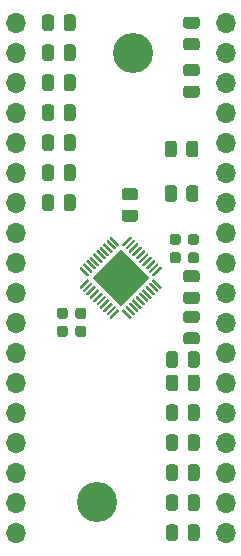
<source format=gts>
G04 #@! TF.GenerationSoftware,KiCad,Pcbnew,(5.1.10)-1*
G04 #@! TF.CreationDate,2021-11-30T10:17:24+10:00*
G04 #@! TF.ProjectId,IS31FL3743x_Breakout,49533331-464c-4333-9734-33785f427265,rev?*
G04 #@! TF.SameCoordinates,Original*
G04 #@! TF.FileFunction,Soldermask,Top*
G04 #@! TF.FilePolarity,Negative*
%FSLAX46Y46*%
G04 Gerber Fmt 4.6, Leading zero omitted, Abs format (unit mm)*
G04 Created by KiCad (PCBNEW (5.1.10)-1) date 2021-11-30 10:17:24*
%MOMM*%
%LPD*%
G01*
G04 APERTURE LIST*
%ADD10C,3.400000*%
%ADD11O,1.700000X1.700000*%
%ADD12C,0.100000*%
G04 APERTURE END LIST*
D10*
X98000000Y-119000000D03*
X101000000Y-81000000D03*
D11*
X108890000Y-121590000D03*
X108890000Y-119050000D03*
X108890000Y-116510000D03*
X108890000Y-113970000D03*
X108890000Y-111430000D03*
X108890000Y-108890000D03*
X108890000Y-106350000D03*
X108890000Y-103810000D03*
X108890000Y-101270000D03*
X108890000Y-98730000D03*
X108890000Y-96190000D03*
X108890000Y-93650000D03*
X108890000Y-91110000D03*
X108890000Y-88570000D03*
X108890000Y-86030000D03*
X108890000Y-83490000D03*
X108890000Y-80950000D03*
X108890000Y-78410000D03*
X91110000Y-121590000D03*
X91110000Y-119050000D03*
X91110000Y-116510000D03*
X91110000Y-113970000D03*
X91110000Y-111430000D03*
X91110000Y-108890000D03*
X91110000Y-106350000D03*
X91110000Y-103810000D03*
X91110000Y-101270000D03*
X91110000Y-98730000D03*
X91110000Y-96190000D03*
X91110000Y-93650000D03*
X91110000Y-91110000D03*
X91110000Y-88570000D03*
X91110000Y-86030000D03*
X91110000Y-83490000D03*
X91110000Y-80950000D03*
X91110000Y-78410000D03*
D12*
G36*
X100000000Y-102404163D02*
G01*
X97595837Y-100000000D01*
X100000000Y-97595837D01*
X102404163Y-100000000D01*
X100000000Y-102404163D01*
G37*
G36*
G01*
X97165634Y-99866781D02*
X96526975Y-99228122D01*
G75*
G02*
X96526975Y-99159674I34224J34224D01*
G01*
X96614090Y-99072559D01*
G75*
G02*
X96682538Y-99072559I34224J-34224D01*
G01*
X97321197Y-99711218D01*
G75*
G02*
X97321197Y-99779666I-34224J-34224D01*
G01*
X97234082Y-99866781D01*
G75*
G02*
X97165634Y-99866781I-34224J34224D01*
G01*
G37*
G36*
G01*
X97448476Y-99583938D02*
X96809817Y-98945279D01*
G75*
G02*
X96809817Y-98876831I34224J34224D01*
G01*
X96896932Y-98789716D01*
G75*
G02*
X96965380Y-98789716I34224J-34224D01*
G01*
X97604039Y-99428375D01*
G75*
G02*
X97604039Y-99496823I-34224J-34224D01*
G01*
X97516924Y-99583938D01*
G75*
G02*
X97448476Y-99583938I-34224J34224D01*
G01*
G37*
G36*
G01*
X97731319Y-99301095D02*
X97092660Y-98662436D01*
G75*
G02*
X97092660Y-98593988I34224J34224D01*
G01*
X97179775Y-98506873D01*
G75*
G02*
X97248223Y-98506873I34224J-34224D01*
G01*
X97886882Y-99145532D01*
G75*
G02*
X97886882Y-99213980I-34224J-34224D01*
G01*
X97799767Y-99301095D01*
G75*
G02*
X97731319Y-99301095I-34224J34224D01*
G01*
G37*
G36*
G01*
X98014162Y-99018253D02*
X97375503Y-98379594D01*
G75*
G02*
X97375503Y-98311146I34224J34224D01*
G01*
X97462618Y-98224031D01*
G75*
G02*
X97531066Y-98224031I34224J-34224D01*
G01*
X98169725Y-98862690D01*
G75*
G02*
X98169725Y-98931138I-34224J-34224D01*
G01*
X98082610Y-99018253D01*
G75*
G02*
X98014162Y-99018253I-34224J34224D01*
G01*
G37*
G36*
G01*
X98297004Y-98735410D02*
X97658345Y-98096751D01*
G75*
G02*
X97658345Y-98028303I34224J34224D01*
G01*
X97745460Y-97941188D01*
G75*
G02*
X97813908Y-97941188I34224J-34224D01*
G01*
X98452567Y-98579847D01*
G75*
G02*
X98452567Y-98648295I-34224J-34224D01*
G01*
X98365452Y-98735410D01*
G75*
G02*
X98297004Y-98735410I-34224J34224D01*
G01*
G37*
G36*
G01*
X98579847Y-98452567D02*
X97941188Y-97813908D01*
G75*
G02*
X97941188Y-97745460I34224J34224D01*
G01*
X98028303Y-97658345D01*
G75*
G02*
X98096751Y-97658345I34224J-34224D01*
G01*
X98735410Y-98297004D01*
G75*
G02*
X98735410Y-98365452I-34224J-34224D01*
G01*
X98648295Y-98452567D01*
G75*
G02*
X98579847Y-98452567I-34224J34224D01*
G01*
G37*
G36*
G01*
X98862690Y-98169725D02*
X98224031Y-97531066D01*
G75*
G02*
X98224031Y-97462618I34224J34224D01*
G01*
X98311146Y-97375503D01*
G75*
G02*
X98379594Y-97375503I34224J-34224D01*
G01*
X99018253Y-98014162D01*
G75*
G02*
X99018253Y-98082610I-34224J-34224D01*
G01*
X98931138Y-98169725D01*
G75*
G02*
X98862690Y-98169725I-34224J34224D01*
G01*
G37*
G36*
G01*
X99145532Y-97886882D02*
X98506873Y-97248223D01*
G75*
G02*
X98506873Y-97179775I34224J34224D01*
G01*
X98593988Y-97092660D01*
G75*
G02*
X98662436Y-97092660I34224J-34224D01*
G01*
X99301095Y-97731319D01*
G75*
G02*
X99301095Y-97799767I-34224J-34224D01*
G01*
X99213980Y-97886882D01*
G75*
G02*
X99145532Y-97886882I-34224J34224D01*
G01*
G37*
G36*
G01*
X99428375Y-97604039D02*
X98789716Y-96965380D01*
G75*
G02*
X98789716Y-96896932I34224J34224D01*
G01*
X98876831Y-96809817D01*
G75*
G02*
X98945279Y-96809817I34224J-34224D01*
G01*
X99583938Y-97448476D01*
G75*
G02*
X99583938Y-97516924I-34224J-34224D01*
G01*
X99496823Y-97604039D01*
G75*
G02*
X99428375Y-97604039I-34224J34224D01*
G01*
G37*
G36*
G01*
X99711218Y-97321197D02*
X99072559Y-96682538D01*
G75*
G02*
X99072559Y-96614090I34224J34224D01*
G01*
X99159674Y-96526975D01*
G75*
G02*
X99228122Y-96526975I34224J-34224D01*
G01*
X99866781Y-97165634D01*
G75*
G02*
X99866781Y-97234082I-34224J-34224D01*
G01*
X99779666Y-97321197D01*
G75*
G02*
X99711218Y-97321197I-34224J34224D01*
G01*
G37*
G36*
G01*
X100220334Y-97321197D02*
X100133219Y-97234082D01*
G75*
G02*
X100133219Y-97165634I34224J34224D01*
G01*
X100771878Y-96526975D01*
G75*
G02*
X100840326Y-96526975I34224J-34224D01*
G01*
X100927441Y-96614090D01*
G75*
G02*
X100927441Y-96682538I-34224J-34224D01*
G01*
X100288782Y-97321197D01*
G75*
G02*
X100220334Y-97321197I-34224J34224D01*
G01*
G37*
G36*
G01*
X100503177Y-97604039D02*
X100416062Y-97516924D01*
G75*
G02*
X100416062Y-97448476I34224J34224D01*
G01*
X101054721Y-96809817D01*
G75*
G02*
X101123169Y-96809817I34224J-34224D01*
G01*
X101210284Y-96896932D01*
G75*
G02*
X101210284Y-96965380I-34224J-34224D01*
G01*
X100571625Y-97604039D01*
G75*
G02*
X100503177Y-97604039I-34224J34224D01*
G01*
G37*
G36*
G01*
X100786020Y-97886882D02*
X100698905Y-97799767D01*
G75*
G02*
X100698905Y-97731319I34224J34224D01*
G01*
X101337564Y-97092660D01*
G75*
G02*
X101406012Y-97092660I34224J-34224D01*
G01*
X101493127Y-97179775D01*
G75*
G02*
X101493127Y-97248223I-34224J-34224D01*
G01*
X100854468Y-97886882D01*
G75*
G02*
X100786020Y-97886882I-34224J34224D01*
G01*
G37*
G36*
G01*
X101068862Y-98169725D02*
X100981747Y-98082610D01*
G75*
G02*
X100981747Y-98014162I34224J34224D01*
G01*
X101620406Y-97375503D01*
G75*
G02*
X101688854Y-97375503I34224J-34224D01*
G01*
X101775969Y-97462618D01*
G75*
G02*
X101775969Y-97531066I-34224J-34224D01*
G01*
X101137310Y-98169725D01*
G75*
G02*
X101068862Y-98169725I-34224J34224D01*
G01*
G37*
G36*
G01*
X101351705Y-98452567D02*
X101264590Y-98365452D01*
G75*
G02*
X101264590Y-98297004I34224J34224D01*
G01*
X101903249Y-97658345D01*
G75*
G02*
X101971697Y-97658345I34224J-34224D01*
G01*
X102058812Y-97745460D01*
G75*
G02*
X102058812Y-97813908I-34224J-34224D01*
G01*
X101420153Y-98452567D01*
G75*
G02*
X101351705Y-98452567I-34224J34224D01*
G01*
G37*
G36*
G01*
X101634548Y-98735410D02*
X101547433Y-98648295D01*
G75*
G02*
X101547433Y-98579847I34224J34224D01*
G01*
X102186092Y-97941188D01*
G75*
G02*
X102254540Y-97941188I34224J-34224D01*
G01*
X102341655Y-98028303D01*
G75*
G02*
X102341655Y-98096751I-34224J-34224D01*
G01*
X101702996Y-98735410D01*
G75*
G02*
X101634548Y-98735410I-34224J34224D01*
G01*
G37*
G36*
G01*
X101917390Y-99018253D02*
X101830275Y-98931138D01*
G75*
G02*
X101830275Y-98862690I34224J34224D01*
G01*
X102468934Y-98224031D01*
G75*
G02*
X102537382Y-98224031I34224J-34224D01*
G01*
X102624497Y-98311146D01*
G75*
G02*
X102624497Y-98379594I-34224J-34224D01*
G01*
X101985838Y-99018253D01*
G75*
G02*
X101917390Y-99018253I-34224J34224D01*
G01*
G37*
G36*
G01*
X102200233Y-99301095D02*
X102113118Y-99213980D01*
G75*
G02*
X102113118Y-99145532I34224J34224D01*
G01*
X102751777Y-98506873D01*
G75*
G02*
X102820225Y-98506873I34224J-34224D01*
G01*
X102907340Y-98593988D01*
G75*
G02*
X102907340Y-98662436I-34224J-34224D01*
G01*
X102268681Y-99301095D01*
G75*
G02*
X102200233Y-99301095I-34224J34224D01*
G01*
G37*
G36*
G01*
X102483076Y-99583938D02*
X102395961Y-99496823D01*
G75*
G02*
X102395961Y-99428375I34224J34224D01*
G01*
X103034620Y-98789716D01*
G75*
G02*
X103103068Y-98789716I34224J-34224D01*
G01*
X103190183Y-98876831D01*
G75*
G02*
X103190183Y-98945279I-34224J-34224D01*
G01*
X102551524Y-99583938D01*
G75*
G02*
X102483076Y-99583938I-34224J34224D01*
G01*
G37*
G36*
G01*
X102765918Y-99866781D02*
X102678803Y-99779666D01*
G75*
G02*
X102678803Y-99711218I34224J34224D01*
G01*
X103317462Y-99072559D01*
G75*
G02*
X103385910Y-99072559I34224J-34224D01*
G01*
X103473025Y-99159674D01*
G75*
G02*
X103473025Y-99228122I-34224J-34224D01*
G01*
X102834366Y-99866781D01*
G75*
G02*
X102765918Y-99866781I-34224J34224D01*
G01*
G37*
G36*
G01*
X103317462Y-100927441D02*
X102678803Y-100288782D01*
G75*
G02*
X102678803Y-100220334I34224J34224D01*
G01*
X102765918Y-100133219D01*
G75*
G02*
X102834366Y-100133219I34224J-34224D01*
G01*
X103473025Y-100771878D01*
G75*
G02*
X103473025Y-100840326I-34224J-34224D01*
G01*
X103385910Y-100927441D01*
G75*
G02*
X103317462Y-100927441I-34224J34224D01*
G01*
G37*
G36*
G01*
X103034620Y-101210284D02*
X102395961Y-100571625D01*
G75*
G02*
X102395961Y-100503177I34224J34224D01*
G01*
X102483076Y-100416062D01*
G75*
G02*
X102551524Y-100416062I34224J-34224D01*
G01*
X103190183Y-101054721D01*
G75*
G02*
X103190183Y-101123169I-34224J-34224D01*
G01*
X103103068Y-101210284D01*
G75*
G02*
X103034620Y-101210284I-34224J34224D01*
G01*
G37*
G36*
G01*
X102751777Y-101493127D02*
X102113118Y-100854468D01*
G75*
G02*
X102113118Y-100786020I34224J34224D01*
G01*
X102200233Y-100698905D01*
G75*
G02*
X102268681Y-100698905I34224J-34224D01*
G01*
X102907340Y-101337564D01*
G75*
G02*
X102907340Y-101406012I-34224J-34224D01*
G01*
X102820225Y-101493127D01*
G75*
G02*
X102751777Y-101493127I-34224J34224D01*
G01*
G37*
G36*
G01*
X102468934Y-101775969D02*
X101830275Y-101137310D01*
G75*
G02*
X101830275Y-101068862I34224J34224D01*
G01*
X101917390Y-100981747D01*
G75*
G02*
X101985838Y-100981747I34224J-34224D01*
G01*
X102624497Y-101620406D01*
G75*
G02*
X102624497Y-101688854I-34224J-34224D01*
G01*
X102537382Y-101775969D01*
G75*
G02*
X102468934Y-101775969I-34224J34224D01*
G01*
G37*
G36*
G01*
X102186092Y-102058812D02*
X101547433Y-101420153D01*
G75*
G02*
X101547433Y-101351705I34224J34224D01*
G01*
X101634548Y-101264590D01*
G75*
G02*
X101702996Y-101264590I34224J-34224D01*
G01*
X102341655Y-101903249D01*
G75*
G02*
X102341655Y-101971697I-34224J-34224D01*
G01*
X102254540Y-102058812D01*
G75*
G02*
X102186092Y-102058812I-34224J34224D01*
G01*
G37*
G36*
G01*
X101903249Y-102341655D02*
X101264590Y-101702996D01*
G75*
G02*
X101264590Y-101634548I34224J34224D01*
G01*
X101351705Y-101547433D01*
G75*
G02*
X101420153Y-101547433I34224J-34224D01*
G01*
X102058812Y-102186092D01*
G75*
G02*
X102058812Y-102254540I-34224J-34224D01*
G01*
X101971697Y-102341655D01*
G75*
G02*
X101903249Y-102341655I-34224J34224D01*
G01*
G37*
G36*
G01*
X101620406Y-102624497D02*
X100981747Y-101985838D01*
G75*
G02*
X100981747Y-101917390I34224J34224D01*
G01*
X101068862Y-101830275D01*
G75*
G02*
X101137310Y-101830275I34224J-34224D01*
G01*
X101775969Y-102468934D01*
G75*
G02*
X101775969Y-102537382I-34224J-34224D01*
G01*
X101688854Y-102624497D01*
G75*
G02*
X101620406Y-102624497I-34224J34224D01*
G01*
G37*
G36*
G01*
X101337564Y-102907340D02*
X100698905Y-102268681D01*
G75*
G02*
X100698905Y-102200233I34224J34224D01*
G01*
X100786020Y-102113118D01*
G75*
G02*
X100854468Y-102113118I34224J-34224D01*
G01*
X101493127Y-102751777D01*
G75*
G02*
X101493127Y-102820225I-34224J-34224D01*
G01*
X101406012Y-102907340D01*
G75*
G02*
X101337564Y-102907340I-34224J34224D01*
G01*
G37*
G36*
G01*
X101054721Y-103190183D02*
X100416062Y-102551524D01*
G75*
G02*
X100416062Y-102483076I34224J34224D01*
G01*
X100503177Y-102395961D01*
G75*
G02*
X100571625Y-102395961I34224J-34224D01*
G01*
X101210284Y-103034620D01*
G75*
G02*
X101210284Y-103103068I-34224J-34224D01*
G01*
X101123169Y-103190183D01*
G75*
G02*
X101054721Y-103190183I-34224J34224D01*
G01*
G37*
G36*
G01*
X100771878Y-103473025D02*
X100133219Y-102834366D01*
G75*
G02*
X100133219Y-102765918I34224J34224D01*
G01*
X100220334Y-102678803D01*
G75*
G02*
X100288782Y-102678803I34224J-34224D01*
G01*
X100927441Y-103317462D01*
G75*
G02*
X100927441Y-103385910I-34224J-34224D01*
G01*
X100840326Y-103473025D01*
G75*
G02*
X100771878Y-103473025I-34224J34224D01*
G01*
G37*
G36*
G01*
X99159674Y-103473025D02*
X99072559Y-103385910D01*
G75*
G02*
X99072559Y-103317462I34224J34224D01*
G01*
X99711218Y-102678803D01*
G75*
G02*
X99779666Y-102678803I34224J-34224D01*
G01*
X99866781Y-102765918D01*
G75*
G02*
X99866781Y-102834366I-34224J-34224D01*
G01*
X99228122Y-103473025D01*
G75*
G02*
X99159674Y-103473025I-34224J34224D01*
G01*
G37*
G36*
G01*
X98876831Y-103190183D02*
X98789716Y-103103068D01*
G75*
G02*
X98789716Y-103034620I34224J34224D01*
G01*
X99428375Y-102395961D01*
G75*
G02*
X99496823Y-102395961I34224J-34224D01*
G01*
X99583938Y-102483076D01*
G75*
G02*
X99583938Y-102551524I-34224J-34224D01*
G01*
X98945279Y-103190183D01*
G75*
G02*
X98876831Y-103190183I-34224J34224D01*
G01*
G37*
G36*
G01*
X98593988Y-102907340D02*
X98506873Y-102820225D01*
G75*
G02*
X98506873Y-102751777I34224J34224D01*
G01*
X99145532Y-102113118D01*
G75*
G02*
X99213980Y-102113118I34224J-34224D01*
G01*
X99301095Y-102200233D01*
G75*
G02*
X99301095Y-102268681I-34224J-34224D01*
G01*
X98662436Y-102907340D01*
G75*
G02*
X98593988Y-102907340I-34224J34224D01*
G01*
G37*
G36*
G01*
X98311146Y-102624497D02*
X98224031Y-102537382D01*
G75*
G02*
X98224031Y-102468934I34224J34224D01*
G01*
X98862690Y-101830275D01*
G75*
G02*
X98931138Y-101830275I34224J-34224D01*
G01*
X99018253Y-101917390D01*
G75*
G02*
X99018253Y-101985838I-34224J-34224D01*
G01*
X98379594Y-102624497D01*
G75*
G02*
X98311146Y-102624497I-34224J34224D01*
G01*
G37*
G36*
G01*
X98028303Y-102341655D02*
X97941188Y-102254540D01*
G75*
G02*
X97941188Y-102186092I34224J34224D01*
G01*
X98579847Y-101547433D01*
G75*
G02*
X98648295Y-101547433I34224J-34224D01*
G01*
X98735410Y-101634548D01*
G75*
G02*
X98735410Y-101702996I-34224J-34224D01*
G01*
X98096751Y-102341655D01*
G75*
G02*
X98028303Y-102341655I-34224J34224D01*
G01*
G37*
G36*
G01*
X97745460Y-102058812D02*
X97658345Y-101971697D01*
G75*
G02*
X97658345Y-101903249I34224J34224D01*
G01*
X98297004Y-101264590D01*
G75*
G02*
X98365452Y-101264590I34224J-34224D01*
G01*
X98452567Y-101351705D01*
G75*
G02*
X98452567Y-101420153I-34224J-34224D01*
G01*
X97813908Y-102058812D01*
G75*
G02*
X97745460Y-102058812I-34224J34224D01*
G01*
G37*
G36*
G01*
X97462618Y-101775969D02*
X97375503Y-101688854D01*
G75*
G02*
X97375503Y-101620406I34224J34224D01*
G01*
X98014162Y-100981747D01*
G75*
G02*
X98082610Y-100981747I34224J-34224D01*
G01*
X98169725Y-101068862D01*
G75*
G02*
X98169725Y-101137310I-34224J-34224D01*
G01*
X97531066Y-101775969D01*
G75*
G02*
X97462618Y-101775969I-34224J34224D01*
G01*
G37*
G36*
G01*
X97179775Y-101493127D02*
X97092660Y-101406012D01*
G75*
G02*
X97092660Y-101337564I34224J34224D01*
G01*
X97731319Y-100698905D01*
G75*
G02*
X97799767Y-100698905I34224J-34224D01*
G01*
X97886882Y-100786020D01*
G75*
G02*
X97886882Y-100854468I-34224J-34224D01*
G01*
X97248223Y-101493127D01*
G75*
G02*
X97179775Y-101493127I-34224J34224D01*
G01*
G37*
G36*
G01*
X96896932Y-101210284D02*
X96809817Y-101123169D01*
G75*
G02*
X96809817Y-101054721I34224J34224D01*
G01*
X97448476Y-100416062D01*
G75*
G02*
X97516924Y-100416062I34224J-34224D01*
G01*
X97604039Y-100503177D01*
G75*
G02*
X97604039Y-100571625I-34224J-34224D01*
G01*
X96965380Y-101210284D01*
G75*
G02*
X96896932Y-101210284I-34224J34224D01*
G01*
G37*
G36*
G01*
X96614090Y-100927441D02*
X96526975Y-100840326D01*
G75*
G02*
X96526975Y-100771878I34224J34224D01*
G01*
X97165634Y-100133219D01*
G75*
G02*
X97234082Y-100133219I34224J-34224D01*
G01*
X97321197Y-100220334D01*
G75*
G02*
X97321197Y-100288782I-34224J-34224D01*
G01*
X96682538Y-100927441D01*
G75*
G02*
X96614090Y-100927441I-34224J34224D01*
G01*
G37*
G36*
G01*
X104750000Y-92419998D02*
X104750000Y-93320002D01*
G75*
G02*
X104500002Y-93570000I-249998J0D01*
G01*
X103974998Y-93570000D01*
G75*
G02*
X103725000Y-93320002I0J249998D01*
G01*
X103725000Y-92419998D01*
G75*
G02*
X103974998Y-92170000I249998J0D01*
G01*
X104500002Y-92170000D01*
G75*
G02*
X104750000Y-92419998I0J-249998D01*
G01*
G37*
G36*
G01*
X106575000Y-92419998D02*
X106575000Y-93320002D01*
G75*
G02*
X106325002Y-93570000I-249998J0D01*
G01*
X105799998Y-93570000D01*
G75*
G02*
X105550000Y-93320002I0J249998D01*
G01*
X105550000Y-92419998D01*
G75*
G02*
X105799998Y-92170000I249998J0D01*
G01*
X106325002Y-92170000D01*
G75*
G02*
X106575000Y-92419998I0J-249998D01*
G01*
G37*
G36*
G01*
X104750000Y-88649998D02*
X104750000Y-89550002D01*
G75*
G02*
X104500002Y-89800000I-249998J0D01*
G01*
X103974998Y-89800000D01*
G75*
G02*
X103725000Y-89550002I0J249998D01*
G01*
X103725000Y-88649998D01*
G75*
G02*
X103974998Y-88400000I249998J0D01*
G01*
X104500002Y-88400000D01*
G75*
G02*
X104750000Y-88649998I0J-249998D01*
G01*
G37*
G36*
G01*
X106575000Y-88649998D02*
X106575000Y-89550002D01*
G75*
G02*
X106325002Y-89800000I-249998J0D01*
G01*
X105799998Y-89800000D01*
G75*
G02*
X105550000Y-89550002I0J249998D01*
G01*
X105550000Y-88649998D01*
G75*
G02*
X105799998Y-88400000I249998J0D01*
G01*
X106325002Y-88400000D01*
G75*
G02*
X106575000Y-88649998I0J-249998D01*
G01*
G37*
G36*
G01*
X100309998Y-94240000D02*
X101210002Y-94240000D01*
G75*
G02*
X101460000Y-94489998I0J-249998D01*
G01*
X101460000Y-95015002D01*
G75*
G02*
X101210002Y-95265000I-249998J0D01*
G01*
X100309998Y-95265000D01*
G75*
G02*
X100060000Y-95015002I0J249998D01*
G01*
X100060000Y-94489998D01*
G75*
G02*
X100309998Y-94240000I249998J0D01*
G01*
G37*
G36*
G01*
X100309998Y-92415000D02*
X101210002Y-92415000D01*
G75*
G02*
X101460000Y-92664998I0J-249998D01*
G01*
X101460000Y-93190002D01*
G75*
G02*
X101210002Y-93440000I-249998J0D01*
G01*
X100309998Y-93440000D01*
G75*
G02*
X100060000Y-93190002I0J249998D01*
G01*
X100060000Y-92664998D01*
G75*
G02*
X100309998Y-92415000I249998J0D01*
G01*
G37*
G36*
G01*
X104850000Y-121139998D02*
X104850000Y-122040002D01*
G75*
G02*
X104600002Y-122290000I-249998J0D01*
G01*
X104074998Y-122290000D01*
G75*
G02*
X103825000Y-122040002I0J249998D01*
G01*
X103825000Y-121139998D01*
G75*
G02*
X104074998Y-120890000I249998J0D01*
G01*
X104600002Y-120890000D01*
G75*
G02*
X104850000Y-121139998I0J-249998D01*
G01*
G37*
G36*
G01*
X106675000Y-121139998D02*
X106675000Y-122040002D01*
G75*
G02*
X106425002Y-122290000I-249998J0D01*
G01*
X105899998Y-122290000D01*
G75*
G02*
X105650000Y-122040002I0J249998D01*
G01*
X105650000Y-121139998D01*
G75*
G02*
X105899998Y-120890000I249998J0D01*
G01*
X106425002Y-120890000D01*
G75*
G02*
X106675000Y-121139998I0J-249998D01*
G01*
G37*
G36*
G01*
X104850000Y-118599998D02*
X104850000Y-119500002D01*
G75*
G02*
X104600002Y-119750000I-249998J0D01*
G01*
X104074998Y-119750000D01*
G75*
G02*
X103825000Y-119500002I0J249998D01*
G01*
X103825000Y-118599998D01*
G75*
G02*
X104074998Y-118350000I249998J0D01*
G01*
X104600002Y-118350000D01*
G75*
G02*
X104850000Y-118599998I0J-249998D01*
G01*
G37*
G36*
G01*
X106675000Y-118599998D02*
X106675000Y-119500002D01*
G75*
G02*
X106425002Y-119750000I-249998J0D01*
G01*
X105899998Y-119750000D01*
G75*
G02*
X105650000Y-119500002I0J249998D01*
G01*
X105650000Y-118599998D01*
G75*
G02*
X105899998Y-118350000I249998J0D01*
G01*
X106425002Y-118350000D01*
G75*
G02*
X106675000Y-118599998I0J-249998D01*
G01*
G37*
G36*
G01*
X104850000Y-116059998D02*
X104850000Y-116960002D01*
G75*
G02*
X104600002Y-117210000I-249998J0D01*
G01*
X104074998Y-117210000D01*
G75*
G02*
X103825000Y-116960002I0J249998D01*
G01*
X103825000Y-116059998D01*
G75*
G02*
X104074998Y-115810000I249998J0D01*
G01*
X104600002Y-115810000D01*
G75*
G02*
X104850000Y-116059998I0J-249998D01*
G01*
G37*
G36*
G01*
X106675000Y-116059998D02*
X106675000Y-116960002D01*
G75*
G02*
X106425002Y-117210000I-249998J0D01*
G01*
X105899998Y-117210000D01*
G75*
G02*
X105650000Y-116960002I0J249998D01*
G01*
X105650000Y-116059998D01*
G75*
G02*
X105899998Y-115810000I249998J0D01*
G01*
X106425002Y-115810000D01*
G75*
G02*
X106675000Y-116059998I0J-249998D01*
G01*
G37*
G36*
G01*
X104850000Y-113519998D02*
X104850000Y-114420002D01*
G75*
G02*
X104600002Y-114670000I-249998J0D01*
G01*
X104074998Y-114670000D01*
G75*
G02*
X103825000Y-114420002I0J249998D01*
G01*
X103825000Y-113519998D01*
G75*
G02*
X104074998Y-113270000I249998J0D01*
G01*
X104600002Y-113270000D01*
G75*
G02*
X104850000Y-113519998I0J-249998D01*
G01*
G37*
G36*
G01*
X106675000Y-113519998D02*
X106675000Y-114420002D01*
G75*
G02*
X106425002Y-114670000I-249998J0D01*
G01*
X105899998Y-114670000D01*
G75*
G02*
X105650000Y-114420002I0J249998D01*
G01*
X105650000Y-113519998D01*
G75*
G02*
X105899998Y-113270000I249998J0D01*
G01*
X106425002Y-113270000D01*
G75*
G02*
X106675000Y-113519998I0J-249998D01*
G01*
G37*
G36*
G01*
X104850000Y-110979998D02*
X104850000Y-111880002D01*
G75*
G02*
X104600002Y-112130000I-249998J0D01*
G01*
X104074998Y-112130000D01*
G75*
G02*
X103825000Y-111880002I0J249998D01*
G01*
X103825000Y-110979998D01*
G75*
G02*
X104074998Y-110730000I249998J0D01*
G01*
X104600002Y-110730000D01*
G75*
G02*
X104850000Y-110979998I0J-249998D01*
G01*
G37*
G36*
G01*
X106675000Y-110979998D02*
X106675000Y-111880002D01*
G75*
G02*
X106425002Y-112130000I-249998J0D01*
G01*
X105899998Y-112130000D01*
G75*
G02*
X105650000Y-111880002I0J249998D01*
G01*
X105650000Y-110979998D01*
G75*
G02*
X105899998Y-110730000I249998J0D01*
G01*
X106425002Y-110730000D01*
G75*
G02*
X106675000Y-110979998I0J-249998D01*
G01*
G37*
G36*
G01*
X104850000Y-108449998D02*
X104850000Y-109350002D01*
G75*
G02*
X104600002Y-109600000I-249998J0D01*
G01*
X104074998Y-109600000D01*
G75*
G02*
X103825000Y-109350002I0J249998D01*
G01*
X103825000Y-108449998D01*
G75*
G02*
X104074998Y-108200000I249998J0D01*
G01*
X104600002Y-108200000D01*
G75*
G02*
X104850000Y-108449998I0J-249998D01*
G01*
G37*
G36*
G01*
X106675000Y-108449998D02*
X106675000Y-109350002D01*
G75*
G02*
X106425002Y-109600000I-249998J0D01*
G01*
X105899998Y-109600000D01*
G75*
G02*
X105650000Y-109350002I0J249998D01*
G01*
X105650000Y-108449998D01*
G75*
G02*
X105899998Y-108200000I249998J0D01*
G01*
X106425002Y-108200000D01*
G75*
G02*
X106675000Y-108449998I0J-249998D01*
G01*
G37*
G36*
G01*
X104850000Y-106479998D02*
X104850000Y-107380002D01*
G75*
G02*
X104600002Y-107630000I-249998J0D01*
G01*
X104074998Y-107630000D01*
G75*
G02*
X103825000Y-107380002I0J249998D01*
G01*
X103825000Y-106479998D01*
G75*
G02*
X104074998Y-106230000I249998J0D01*
G01*
X104600002Y-106230000D01*
G75*
G02*
X104850000Y-106479998I0J-249998D01*
G01*
G37*
G36*
G01*
X106675000Y-106479998D02*
X106675000Y-107380002D01*
G75*
G02*
X106425002Y-107630000I-249998J0D01*
G01*
X105899998Y-107630000D01*
G75*
G02*
X105650000Y-107380002I0J249998D01*
G01*
X105650000Y-106479998D01*
G75*
G02*
X105899998Y-106230000I249998J0D01*
G01*
X106425002Y-106230000D01*
G75*
G02*
X106675000Y-106479998I0J-249998D01*
G01*
G37*
G36*
G01*
X106430002Y-103830000D02*
X105529998Y-103830000D01*
G75*
G02*
X105280000Y-103580002I0J249998D01*
G01*
X105280000Y-103054998D01*
G75*
G02*
X105529998Y-102805000I249998J0D01*
G01*
X106430002Y-102805000D01*
G75*
G02*
X106680000Y-103054998I0J-249998D01*
G01*
X106680000Y-103580002D01*
G75*
G02*
X106430002Y-103830000I-249998J0D01*
G01*
G37*
G36*
G01*
X106430002Y-105655000D02*
X105529998Y-105655000D01*
G75*
G02*
X105280000Y-105405002I0J249998D01*
G01*
X105280000Y-104879998D01*
G75*
G02*
X105529998Y-104630000I249998J0D01*
G01*
X106430002Y-104630000D01*
G75*
G02*
X106680000Y-104879998I0J-249998D01*
G01*
X106680000Y-105405002D01*
G75*
G02*
X106430002Y-105655000I-249998J0D01*
G01*
G37*
G36*
G01*
X106430002Y-100390000D02*
X105529998Y-100390000D01*
G75*
G02*
X105280000Y-100140002I0J249998D01*
G01*
X105280000Y-99614998D01*
G75*
G02*
X105529998Y-99365000I249998J0D01*
G01*
X106430002Y-99365000D01*
G75*
G02*
X106680000Y-99614998I0J-249998D01*
G01*
X106680000Y-100140002D01*
G75*
G02*
X106430002Y-100390000I-249998J0D01*
G01*
G37*
G36*
G01*
X106430002Y-102215000D02*
X105529998Y-102215000D01*
G75*
G02*
X105280000Y-101965002I0J249998D01*
G01*
X105280000Y-101439998D01*
G75*
G02*
X105529998Y-101190000I249998J0D01*
G01*
X106430002Y-101190000D01*
G75*
G02*
X106680000Y-101439998I0J-249998D01*
G01*
X106680000Y-101965002D01*
G75*
G02*
X106430002Y-102215000I-249998J0D01*
G01*
G37*
G36*
G01*
X105529998Y-83740000D02*
X106430002Y-83740000D01*
G75*
G02*
X106680000Y-83989998I0J-249998D01*
G01*
X106680000Y-84515002D01*
G75*
G02*
X106430002Y-84765000I-249998J0D01*
G01*
X105529998Y-84765000D01*
G75*
G02*
X105280000Y-84515002I0J249998D01*
G01*
X105280000Y-83989998D01*
G75*
G02*
X105529998Y-83740000I249998J0D01*
G01*
G37*
G36*
G01*
X105529998Y-81915000D02*
X106430002Y-81915000D01*
G75*
G02*
X106680000Y-82164998I0J-249998D01*
G01*
X106680000Y-82690002D01*
G75*
G02*
X106430002Y-82940000I-249998J0D01*
G01*
X105529998Y-82940000D01*
G75*
G02*
X105280000Y-82690002I0J249998D01*
G01*
X105280000Y-82164998D01*
G75*
G02*
X105529998Y-81915000I249998J0D01*
G01*
G37*
G36*
G01*
X105529998Y-79720000D02*
X106430002Y-79720000D01*
G75*
G02*
X106680000Y-79969998I0J-249998D01*
G01*
X106680000Y-80495002D01*
G75*
G02*
X106430002Y-80745000I-249998J0D01*
G01*
X105529998Y-80745000D01*
G75*
G02*
X105280000Y-80495002I0J249998D01*
G01*
X105280000Y-79969998D01*
G75*
G02*
X105529998Y-79720000I249998J0D01*
G01*
G37*
G36*
G01*
X105529998Y-77895000D02*
X106430002Y-77895000D01*
G75*
G02*
X106680000Y-78144998I0J-249998D01*
G01*
X106680000Y-78670002D01*
G75*
G02*
X106430002Y-78920000I-249998J0D01*
G01*
X105529998Y-78920000D01*
G75*
G02*
X105280000Y-78670002I0J249998D01*
G01*
X105280000Y-78144998D01*
G75*
G02*
X105529998Y-77895000I249998J0D01*
G01*
G37*
G36*
G01*
X95150000Y-78860002D02*
X95150000Y-77959998D01*
G75*
G02*
X95399998Y-77710000I249998J0D01*
G01*
X95925002Y-77710000D01*
G75*
G02*
X96175000Y-77959998I0J-249998D01*
G01*
X96175000Y-78860002D01*
G75*
G02*
X95925002Y-79110000I-249998J0D01*
G01*
X95399998Y-79110000D01*
G75*
G02*
X95150000Y-78860002I0J249998D01*
G01*
G37*
G36*
G01*
X93325000Y-78860002D02*
X93325000Y-77959998D01*
G75*
G02*
X93574998Y-77710000I249998J0D01*
G01*
X94100002Y-77710000D01*
G75*
G02*
X94350000Y-77959998I0J-249998D01*
G01*
X94350000Y-78860002D01*
G75*
G02*
X94100002Y-79110000I-249998J0D01*
G01*
X93574998Y-79110000D01*
G75*
G02*
X93325000Y-78860002I0J249998D01*
G01*
G37*
G36*
G01*
X95150000Y-81400002D02*
X95150000Y-80499998D01*
G75*
G02*
X95399998Y-80250000I249998J0D01*
G01*
X95925002Y-80250000D01*
G75*
G02*
X96175000Y-80499998I0J-249998D01*
G01*
X96175000Y-81400002D01*
G75*
G02*
X95925002Y-81650000I-249998J0D01*
G01*
X95399998Y-81650000D01*
G75*
G02*
X95150000Y-81400002I0J249998D01*
G01*
G37*
G36*
G01*
X93325000Y-81400002D02*
X93325000Y-80499998D01*
G75*
G02*
X93574998Y-80250000I249998J0D01*
G01*
X94100002Y-80250000D01*
G75*
G02*
X94350000Y-80499998I0J-249998D01*
G01*
X94350000Y-81400002D01*
G75*
G02*
X94100002Y-81650000I-249998J0D01*
G01*
X93574998Y-81650000D01*
G75*
G02*
X93325000Y-81400002I0J249998D01*
G01*
G37*
G36*
G01*
X95150000Y-83940002D02*
X95150000Y-83039998D01*
G75*
G02*
X95399998Y-82790000I249998J0D01*
G01*
X95925002Y-82790000D01*
G75*
G02*
X96175000Y-83039998I0J-249998D01*
G01*
X96175000Y-83940002D01*
G75*
G02*
X95925002Y-84190000I-249998J0D01*
G01*
X95399998Y-84190000D01*
G75*
G02*
X95150000Y-83940002I0J249998D01*
G01*
G37*
G36*
G01*
X93325000Y-83940002D02*
X93325000Y-83039998D01*
G75*
G02*
X93574998Y-82790000I249998J0D01*
G01*
X94100002Y-82790000D01*
G75*
G02*
X94350000Y-83039998I0J-249998D01*
G01*
X94350000Y-83940002D01*
G75*
G02*
X94100002Y-84190000I-249998J0D01*
G01*
X93574998Y-84190000D01*
G75*
G02*
X93325000Y-83940002I0J249998D01*
G01*
G37*
G36*
G01*
X95150000Y-86480002D02*
X95150000Y-85579998D01*
G75*
G02*
X95399998Y-85330000I249998J0D01*
G01*
X95925002Y-85330000D01*
G75*
G02*
X96175000Y-85579998I0J-249998D01*
G01*
X96175000Y-86480002D01*
G75*
G02*
X95925002Y-86730000I-249998J0D01*
G01*
X95399998Y-86730000D01*
G75*
G02*
X95150000Y-86480002I0J249998D01*
G01*
G37*
G36*
G01*
X93325000Y-86480002D02*
X93325000Y-85579998D01*
G75*
G02*
X93574998Y-85330000I249998J0D01*
G01*
X94100002Y-85330000D01*
G75*
G02*
X94350000Y-85579998I0J-249998D01*
G01*
X94350000Y-86480002D01*
G75*
G02*
X94100002Y-86730000I-249998J0D01*
G01*
X93574998Y-86730000D01*
G75*
G02*
X93325000Y-86480002I0J249998D01*
G01*
G37*
G36*
G01*
X95150000Y-89020002D02*
X95150000Y-88119998D01*
G75*
G02*
X95399998Y-87870000I249998J0D01*
G01*
X95925002Y-87870000D01*
G75*
G02*
X96175000Y-88119998I0J-249998D01*
G01*
X96175000Y-89020002D01*
G75*
G02*
X95925002Y-89270000I-249998J0D01*
G01*
X95399998Y-89270000D01*
G75*
G02*
X95150000Y-89020002I0J249998D01*
G01*
G37*
G36*
G01*
X93325000Y-89020002D02*
X93325000Y-88119998D01*
G75*
G02*
X93574998Y-87870000I249998J0D01*
G01*
X94100002Y-87870000D01*
G75*
G02*
X94350000Y-88119998I0J-249998D01*
G01*
X94350000Y-89020002D01*
G75*
G02*
X94100002Y-89270000I-249998J0D01*
G01*
X93574998Y-89270000D01*
G75*
G02*
X93325000Y-89020002I0J249998D01*
G01*
G37*
G36*
G01*
X95150000Y-91560002D02*
X95150000Y-90659998D01*
G75*
G02*
X95399998Y-90410000I249998J0D01*
G01*
X95925002Y-90410000D01*
G75*
G02*
X96175000Y-90659998I0J-249998D01*
G01*
X96175000Y-91560002D01*
G75*
G02*
X95925002Y-91810000I-249998J0D01*
G01*
X95399998Y-91810000D01*
G75*
G02*
X95150000Y-91560002I0J249998D01*
G01*
G37*
G36*
G01*
X93325000Y-91560002D02*
X93325000Y-90659998D01*
G75*
G02*
X93574998Y-90410000I249998J0D01*
G01*
X94100002Y-90410000D01*
G75*
G02*
X94350000Y-90659998I0J-249998D01*
G01*
X94350000Y-91560002D01*
G75*
G02*
X94100002Y-91810000I-249998J0D01*
G01*
X93574998Y-91810000D01*
G75*
G02*
X93325000Y-91560002I0J249998D01*
G01*
G37*
G36*
G01*
X95150000Y-94100002D02*
X95150000Y-93199998D01*
G75*
G02*
X95399998Y-92950000I249998J0D01*
G01*
X95925002Y-92950000D01*
G75*
G02*
X96175000Y-93199998I0J-249998D01*
G01*
X96175000Y-94100002D01*
G75*
G02*
X95925002Y-94350000I-249998J0D01*
G01*
X95399998Y-94350000D01*
G75*
G02*
X95150000Y-94100002I0J249998D01*
G01*
G37*
G36*
G01*
X93325000Y-94100002D02*
X93325000Y-93199998D01*
G75*
G02*
X93574998Y-92950000I249998J0D01*
G01*
X94100002Y-92950000D01*
G75*
G02*
X94350000Y-93199998I0J-249998D01*
G01*
X94350000Y-94100002D01*
G75*
G02*
X94100002Y-94350000I-249998J0D01*
G01*
X93574998Y-94350000D01*
G75*
G02*
X93325000Y-94100002I0J249998D01*
G01*
G37*
G36*
G01*
X106400000Y-97215000D02*
X105900000Y-97215000D01*
G75*
G02*
X105675000Y-96990000I0J225000D01*
G01*
X105675000Y-96540000D01*
G75*
G02*
X105900000Y-96315000I225000J0D01*
G01*
X106400000Y-96315000D01*
G75*
G02*
X106625000Y-96540000I0J-225000D01*
G01*
X106625000Y-96990000D01*
G75*
G02*
X106400000Y-97215000I-225000J0D01*
G01*
G37*
G36*
G01*
X106400000Y-98765000D02*
X105900000Y-98765000D01*
G75*
G02*
X105675000Y-98540000I0J225000D01*
G01*
X105675000Y-98090000D01*
G75*
G02*
X105900000Y-97865000I225000J0D01*
G01*
X106400000Y-97865000D01*
G75*
G02*
X106625000Y-98090000I0J-225000D01*
G01*
X106625000Y-98540000D01*
G75*
G02*
X106400000Y-98765000I-225000J0D01*
G01*
G37*
G36*
G01*
X95505000Y-104300000D02*
X95505000Y-104800000D01*
G75*
G02*
X95280000Y-105025000I-225000J0D01*
G01*
X94830000Y-105025000D01*
G75*
G02*
X94605000Y-104800000I0J225000D01*
G01*
X94605000Y-104300000D01*
G75*
G02*
X94830000Y-104075000I225000J0D01*
G01*
X95280000Y-104075000D01*
G75*
G02*
X95505000Y-104300000I0J-225000D01*
G01*
G37*
G36*
G01*
X97055000Y-104300000D02*
X97055000Y-104800000D01*
G75*
G02*
X96830000Y-105025000I-225000J0D01*
G01*
X96380000Y-105025000D01*
G75*
G02*
X96155000Y-104800000I0J225000D01*
G01*
X96155000Y-104300000D01*
G75*
G02*
X96380000Y-104075000I225000J0D01*
G01*
X96830000Y-104075000D01*
G75*
G02*
X97055000Y-104300000I0J-225000D01*
G01*
G37*
G36*
G01*
X104870000Y-97205000D02*
X104370000Y-97205000D01*
G75*
G02*
X104145000Y-96980000I0J225000D01*
G01*
X104145000Y-96530000D01*
G75*
G02*
X104370000Y-96305000I225000J0D01*
G01*
X104870000Y-96305000D01*
G75*
G02*
X105095000Y-96530000I0J-225000D01*
G01*
X105095000Y-96980000D01*
G75*
G02*
X104870000Y-97205000I-225000J0D01*
G01*
G37*
G36*
G01*
X104870000Y-98755000D02*
X104370000Y-98755000D01*
G75*
G02*
X104145000Y-98530000I0J225000D01*
G01*
X104145000Y-98080000D01*
G75*
G02*
X104370000Y-97855000I225000J0D01*
G01*
X104870000Y-97855000D01*
G75*
G02*
X105095000Y-98080000I0J-225000D01*
G01*
X105095000Y-98530000D01*
G75*
G02*
X104870000Y-98755000I-225000J0D01*
G01*
G37*
G36*
G01*
X95505000Y-102770000D02*
X95505000Y-103270000D01*
G75*
G02*
X95280000Y-103495000I-225000J0D01*
G01*
X94830000Y-103495000D01*
G75*
G02*
X94605000Y-103270000I0J225000D01*
G01*
X94605000Y-102770000D01*
G75*
G02*
X94830000Y-102545000I225000J0D01*
G01*
X95280000Y-102545000D01*
G75*
G02*
X95505000Y-102770000I0J-225000D01*
G01*
G37*
G36*
G01*
X97055000Y-102770000D02*
X97055000Y-103270000D01*
G75*
G02*
X96830000Y-103495000I-225000J0D01*
G01*
X96380000Y-103495000D01*
G75*
G02*
X96155000Y-103270000I0J225000D01*
G01*
X96155000Y-102770000D01*
G75*
G02*
X96380000Y-102545000I225000J0D01*
G01*
X96830000Y-102545000D01*
G75*
G02*
X97055000Y-102770000I0J-225000D01*
G01*
G37*
M02*

</source>
